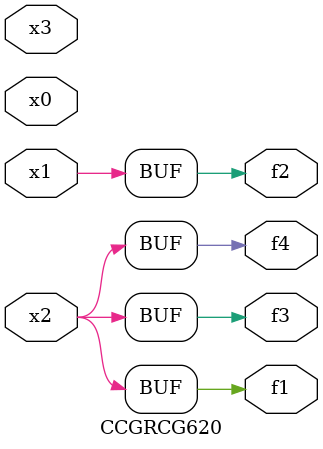
<source format=v>
module CCGRCG620(
	input x0, x1, x2, x3,
	output f1, f2, f3, f4
);
	assign f1 = x2;
	assign f2 = x1;
	assign f3 = x2;
	assign f4 = x2;
endmodule

</source>
